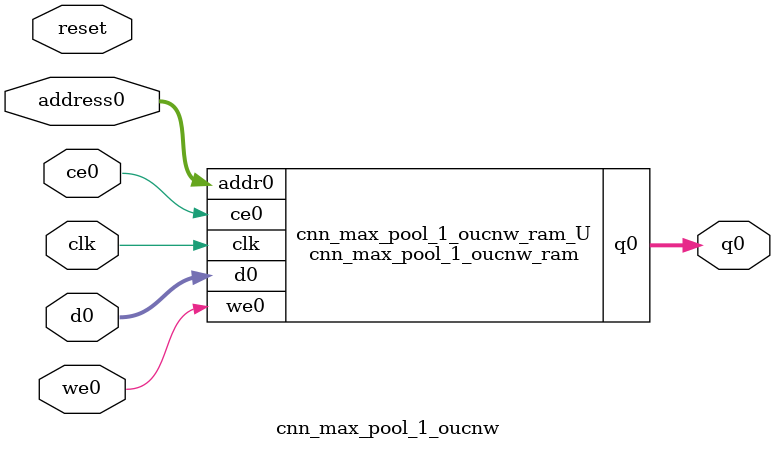
<source format=v>
`timescale 1 ns / 1 ps
module cnn_max_pool_1_oucnw_ram (addr0, ce0, d0, we0, q0,  clk);

parameter DWIDTH = 14;
parameter AWIDTH = 5;
parameter MEM_SIZE = 20;

input[AWIDTH-1:0] addr0;
input ce0;
input[DWIDTH-1:0] d0;
input we0;
output reg[DWIDTH-1:0] q0;
input clk;

(* ram_style = "distributed" *)reg [DWIDTH-1:0] ram[0:MEM_SIZE-1];




always @(posedge clk)  
begin 
    if (ce0) 
    begin
        if (we0) 
        begin 
            ram[addr0] <= d0; 
        end 
        q0 <= ram[addr0];
    end
end


endmodule

`timescale 1 ns / 1 ps
module cnn_max_pool_1_oucnw(
    reset,
    clk,
    address0,
    ce0,
    we0,
    d0,
    q0);

parameter DataWidth = 32'd14;
parameter AddressRange = 32'd20;
parameter AddressWidth = 32'd5;
input reset;
input clk;
input[AddressWidth - 1:0] address0;
input ce0;
input we0;
input[DataWidth - 1:0] d0;
output[DataWidth - 1:0] q0;



cnn_max_pool_1_oucnw_ram cnn_max_pool_1_oucnw_ram_U(
    .clk( clk ),
    .addr0( address0 ),
    .ce0( ce0 ),
    .we0( we0 ),
    .d0( d0 ),
    .q0( q0 ));

endmodule


</source>
